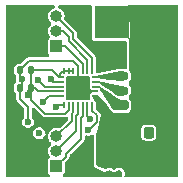
<source format=gtl>
G04 #@! TF.GenerationSoftware,KiCad,Pcbnew,8.0.7-8.0.7-0~ubuntu24.04.1*
G04 #@! TF.CreationDate,2024-12-30T22:58:19-07:00*
G04 #@! TF.ProjectId,DRV8311 Motor Driver,44525638-3331-4312-904d-6f746f722044,V1*
G04 #@! TF.SameCoordinates,Original*
G04 #@! TF.FileFunction,Copper,L1,Top*
G04 #@! TF.FilePolarity,Positive*
%FSLAX46Y46*%
G04 Gerber Fmt 4.6, Leading zero omitted, Abs format (unit mm)*
G04 Created by KiCad (PCBNEW 8.0.7-8.0.7-0~ubuntu24.04.1) date 2024-12-30 22:58:19*
%MOMM*%
%LPD*%
G01*
G04 APERTURE LIST*
G04 Aperture macros list*
%AMRoundRect*
0 Rectangle with rounded corners*
0 $1 Rounding radius*
0 $2 $3 $4 $5 $6 $7 $8 $9 X,Y pos of 4 corners*
0 Add a 4 corners polygon primitive as box body*
4,1,4,$2,$3,$4,$5,$6,$7,$8,$9,$2,$3,0*
0 Add four circle primitives for the rounded corners*
1,1,$1+$1,$2,$3*
1,1,$1+$1,$4,$5*
1,1,$1+$1,$6,$7*
1,1,$1+$1,$8,$9*
0 Add four rect primitives between the rounded corners*
20,1,$1+$1,$2,$3,$4,$5,0*
20,1,$1+$1,$4,$5,$6,$7,0*
20,1,$1+$1,$6,$7,$8,$9,0*
20,1,$1+$1,$8,$9,$2,$3,0*%
G04 Aperture macros list end*
G04 #@! TA.AperFunction,EtchedComponent*
%ADD10C,0.000000*%
G04 #@! TD*
G04 #@! TA.AperFunction,SMDPad,CuDef*
%ADD11R,2.800000X2.800000*%
G04 #@! TD*
G04 #@! TA.AperFunction,ComponentPad*
%ADD12RoundRect,0.200000X0.450000X-0.200000X0.450000X0.200000X-0.450000X0.200000X-0.450000X-0.200000X0*%
G04 #@! TD*
G04 #@! TA.AperFunction,ComponentPad*
%ADD13O,1.300000X0.800000*%
G04 #@! TD*
G04 #@! TA.AperFunction,SMDPad,CuDef*
%ADD14RoundRect,0.140000X-0.140000X-0.170000X0.140000X-0.170000X0.140000X0.170000X-0.140000X0.170000X0*%
G04 #@! TD*
G04 #@! TA.AperFunction,SMDPad,CuDef*
%ADD15C,0.200000*%
G04 #@! TD*
G04 #@! TA.AperFunction,SMDPad,CuDef*
%ADD16R,0.200000X0.469999*%
G04 #@! TD*
G04 #@! TA.AperFunction,SMDPad,CuDef*
%ADD17R,0.469999X0.200000*%
G04 #@! TD*
G04 #@! TA.AperFunction,ComponentPad*
%ADD18C,0.600000*%
G04 #@! TD*
G04 #@! TA.AperFunction,SMDPad,CuDef*
%ADD19R,1.899999X1.899999*%
G04 #@! TD*
G04 #@! TA.AperFunction,SMDPad,CuDef*
%ADD20R,2.500000X2.800000*%
G04 #@! TD*
G04 #@! TA.AperFunction,SMDPad,CuDef*
%ADD21RoundRect,0.225000X0.225000X0.250000X-0.225000X0.250000X-0.225000X-0.250000X0.225000X-0.250000X0*%
G04 #@! TD*
G04 #@! TA.AperFunction,ComponentPad*
%ADD22R,1.000000X1.000000*%
G04 #@! TD*
G04 #@! TA.AperFunction,ComponentPad*
%ADD23O,1.000000X1.000000*%
G04 #@! TD*
G04 #@! TA.AperFunction,ViaPad*
%ADD24C,0.600000*%
G04 #@! TD*
G04 #@! TA.AperFunction,Conductor*
%ADD25C,0.200000*%
G04 #@! TD*
G04 #@! TA.AperFunction,Conductor*
%ADD26C,0.280000*%
G04 #@! TD*
G04 APERTURE END LIST*
D10*
G04 #@! TA.AperFunction,EtchedComponent*
G04 #@! TO.C,NT1*
G36*
X170234999Y-100550000D02*
G01*
X170034999Y-100550000D01*
X170034999Y-100150000D01*
X170234999Y-100150000D01*
X170234999Y-100550000D01*
G37*
G04 #@! TD.AperFunction*
G04 #@! TD*
D11*
G04 #@! TO.P,J7,1,Pin_1*
G04 #@! TO.N,VDD*
X176650000Y-107550000D03*
G04 #@! TD*
D12*
G04 #@! TO.P,J4,1,Pin_1*
G04 #@! TO.N,Net-(J4-Pin_1)*
X173800000Y-102900000D03*
D13*
G04 #@! TO.P,J4,2,Pin_2*
G04 #@! TO.N,Net-(J4-Pin_2)*
X173800000Y-101650000D03*
G04 #@! TO.P,J4,3,Pin_3*
G04 #@! TO.N,Net-(J4-Pin_3)*
X173800000Y-100400000D03*
G04 #@! TD*
D14*
G04 #@! TO.P,C1,1*
G04 #@! TO.N,GND*
X165220000Y-99900000D03*
G04 #@! TO.P,C1,2*
G04 #@! TO.N,+3.3V*
X166180000Y-99900000D03*
G04 #@! TD*
D15*
G04 #@! TO.P,NT1,1,1*
G04 #@! TO.N,GNDPWR*
X170134999Y-100550000D03*
G04 #@! TO.P,NT1,2,2*
G04 #@! TO.N,GND*
X170134999Y-100150000D03*
G04 #@! TD*
D16*
G04 #@! TO.P,U1,1,FAULT_N*
G04 #@! TO.N,Net-(U1-FAULT_N)*
X168934999Y-102895000D03*
G04 #@! TO.P,U1,2,CSAREF*
G04 #@! TO.N,+3.3V*
X169334998Y-102895000D03*
G04 #@! TO.P,U1,3,SOC*
G04 #@! TO.N,Net-(J1-Pin_3)*
X169735000Y-102895000D03*
G04 #@! TO.P,U1,4,SOB*
G04 #@! TO.N,Net-(J1-Pin_2)*
X170134999Y-102895000D03*
G04 #@! TO.P,U1,5,SOA*
G04 #@! TO.N,Net-(J1-Pin_1)*
X170534998Y-102895000D03*
G04 #@! TO.P,U1,6,CP*
G04 #@! TO.N,Net-(U1-CP)*
X170935000Y-102895000D03*
G04 #@! TO.P,U1,7,VIN_AVDD*
G04 #@! TO.N,VDD*
X171334999Y-102895000D03*
D17*
G04 #@! TO.P,U1,8,VM*
X171600000Y-102100000D03*
G04 #@! TO.P,U1,9,PGND*
G04 #@! TO.N,GNDPWR*
X171600000Y-101699998D03*
G04 #@! TO.P,U1,10,OUTA*
G04 #@! TO.N,Net-(J4-Pin_1)*
X171600000Y-101299999D03*
G04 #@! TO.P,U1,11,OUTB*
G04 #@! TO.N,Net-(J4-Pin_2)*
X171600000Y-100900000D03*
G04 #@! TO.P,U1,12,OUTC*
G04 #@! TO.N,Net-(J4-Pin_3)*
X171600000Y-100499998D03*
D16*
G04 #@! TO.P,U1,13,INHC*
G04 #@! TO.N,Net-(J2-Pin_3)*
X171334999Y-99964998D03*
G04 #@! TO.P,U1,14,INHB*
G04 #@! TO.N,Net-(J2-Pin_2)*
X170935000Y-99964998D03*
G04 #@! TO.P,U1,15,INHA*
G04 #@! TO.N,Net-(J2-Pin_1)*
X170534998Y-99964998D03*
G04 #@! TO.P,U1,16,AGND*
G04 #@! TO.N,GND*
X170134999Y-99964998D03*
G04 #@! TO.P,U1,17,AVDD*
G04 #@! TO.N,+3.3V*
X169735000Y-99964998D03*
G04 #@! TO.P,U1,18,INLA*
X169334998Y-99964998D03*
G04 #@! TO.P,U1,19,INLB*
X168934999Y-99964998D03*
D17*
G04 #@! TO.P,U1,20,INLC*
X168669998Y-100499998D03*
G04 #@! TO.P,U1,21,GAIN*
G04 #@! TO.N,Net-(U1-GAIN)*
X168669998Y-100900000D03*
G04 #@! TO.P,U1,22,SLEW*
G04 #@! TO.N,unconnected-(U1-SLEW-Pad22)*
X168669998Y-101299999D03*
G04 #@! TO.P,U1,23,MODE*
G04 #@! TO.N,+3.3V*
X168669998Y-101699998D03*
G04 #@! TO.P,U1,24,SLEEP_N*
G04 #@! TO.N,Net-(U1-SLEEP_N)*
X168669998Y-102100000D03*
D18*
G04 #@! TO.P,U1,25,PowerPAD*
G04 #@! TO.N,GNDPWR*
X169434998Y-102130000D03*
X170835000Y-102130000D03*
D19*
X170134999Y-101429999D03*
D18*
X170134999Y-101404599D03*
X169434998Y-100729998D03*
X170835000Y-100729998D03*
G04 #@! TD*
D20*
G04 #@! TO.P,J8,1,Pin_1*
G04 #@! TO.N,VDD*
X176650000Y-96750000D03*
G04 #@! TD*
D21*
G04 #@! TO.P,C6,1*
G04 #@! TO.N,VDD*
X177675000Y-105200000D03*
G04 #@! TO.P,C6,2*
G04 #@! TO.N,GNDPWR*
X176125000Y-105200000D03*
G04 #@! TD*
D20*
G04 #@! TO.P,J6,1,Pin_1*
G04 #@! TO.N,VDD*
X172950000Y-106600000D03*
G04 #@! TD*
D11*
G04 #@! TO.P,J9,1,Pin_1*
G04 #@! TO.N,VDD*
X172950000Y-95850000D03*
G04 #@! TD*
D22*
G04 #@! TO.P,J2,1,Pin_1*
G04 #@! TO.N,Net-(J2-Pin_1)*
X168300000Y-97900000D03*
D23*
G04 #@! TO.P,J2,2,Pin_2*
G04 #@! TO.N,Net-(J2-Pin_2)*
X168300000Y-96630000D03*
G04 #@! TO.P,J2,3,Pin_3*
G04 #@! TO.N,Net-(J2-Pin_3)*
X168300000Y-95360000D03*
G04 #@! TD*
D14*
G04 #@! TO.P,C7,1*
G04 #@! TO.N,GND*
X165220000Y-101400000D03*
G04 #@! TO.P,C7,2*
G04 #@! TO.N,+3.3V*
X166180000Y-101400000D03*
G04 #@! TD*
D22*
G04 #@! TO.P,J1,1,Pin_1*
G04 #@! TO.N,Net-(J1-Pin_1)*
X168300000Y-108050000D03*
D23*
G04 #@! TO.P,J1,2,Pin_2*
G04 #@! TO.N,Net-(J1-Pin_2)*
X168300000Y-106780000D03*
G04 #@! TO.P,J1,3,Pin_3*
G04 #@! TO.N,Net-(J1-Pin_3)*
X168300000Y-105510000D03*
G04 #@! TD*
D24*
G04 #@! TO.N,+3.3V*
X165874999Y-102000001D03*
G04 #@! TO.N,GND*
X165400000Y-100650000D03*
X165900000Y-104300000D03*
G04 #@! TO.N,VDD*
X178300000Y-104300000D03*
X177500000Y-102900000D03*
X177900000Y-103600000D03*
X177900000Y-102100000D03*
X177300000Y-104400000D03*
X178300000Y-101400000D03*
X177900000Y-100600000D03*
X171000000Y-104950000D03*
X177900000Y-99100000D03*
X178300000Y-99800000D03*
X177500000Y-99800000D03*
X166850000Y-105250000D03*
X178300000Y-102900000D03*
X177500000Y-101400000D03*
G04 #@! TO.N,Net-(U1-CP)*
X171132802Y-104018589D03*
G04 #@! TO.N,GNDPWR*
X165700000Y-107200000D03*
X171150000Y-107900000D03*
X171150000Y-108700000D03*
X166500000Y-108000000D03*
X165700000Y-106400000D03*
X173800000Y-97800000D03*
X170300000Y-108700000D03*
X165700000Y-108000000D03*
X166100000Y-95700000D03*
X172800000Y-108700000D03*
X164900000Y-106400000D03*
X172000000Y-108700000D03*
X166900000Y-96500000D03*
X170300000Y-107900000D03*
X164900000Y-107200000D03*
X173600000Y-108700000D03*
X165300000Y-96500000D03*
X171100000Y-106200000D03*
X173000000Y-99400000D03*
X173000000Y-98600000D03*
X166500000Y-107200000D03*
X166900000Y-94900000D03*
X173000000Y-97800000D03*
X169600000Y-108300000D03*
X173800000Y-98600000D03*
X165300000Y-95700000D03*
X166900000Y-95700000D03*
X172200000Y-98600000D03*
X171150000Y-107100000D03*
X166500000Y-106400000D03*
X173800000Y-99400000D03*
X169700000Y-107300000D03*
X165300000Y-94900000D03*
X172200000Y-99400000D03*
X176125000Y-105200000D03*
X172200000Y-97800000D03*
X170300000Y-106750000D03*
X166100000Y-94900000D03*
X164900000Y-108000000D03*
X166100000Y-96500000D03*
G04 #@! TO.N,Net-(U1-SLEEP_N)*
X167200000Y-102600000D03*
G04 #@! TO.N,Net-(U1-GAIN)*
X167825737Y-100674263D03*
G04 #@! TO.N,unconnected-(U1-SLEW-Pad22)*
X166780000Y-100750000D03*
G04 #@! TO.N,Net-(U1-FAULT_N)*
X168300000Y-103000000D03*
G04 #@! TD*
D25*
G04 #@! TO.N,+3.3V*
X166774998Y-101699998D02*
X166475000Y-101400000D01*
X168934999Y-99964998D02*
X168835002Y-99964998D01*
X168600000Y-100430000D02*
X168669998Y-100499998D01*
X165874999Y-102000001D02*
X165874999Y-101705001D01*
X165874999Y-101705001D02*
X166180000Y-101400000D01*
X169735000Y-99964998D02*
X168934999Y-99964998D01*
X167348529Y-103600000D02*
X169000000Y-103600000D01*
X168835002Y-99964998D02*
X168600000Y-100200000D01*
X166774998Y-101699998D02*
X168669998Y-101699998D01*
X166180000Y-102431471D02*
X167348529Y-103600000D01*
X167900004Y-99900000D02*
X166180000Y-99900000D01*
X169334998Y-103265002D02*
X169334998Y-102895000D01*
X166180000Y-99900000D02*
X166180000Y-101400000D01*
X168669998Y-100499998D02*
X168500002Y-100499998D01*
X166475000Y-101400000D02*
X166180000Y-101400000D01*
X166180000Y-101400000D02*
X166180000Y-102431471D01*
X168500002Y-100499998D02*
X167900004Y-99900000D01*
X168600000Y-100200000D02*
X168600000Y-100430000D01*
X169000000Y-103600000D02*
X169334998Y-103265002D01*
G04 #@! TO.N,GND*
X165900000Y-103000000D02*
X165220000Y-102320000D01*
X170134999Y-99964998D02*
X170134999Y-99584999D01*
X165220000Y-102320000D02*
X165220000Y-101400000D01*
X165220000Y-100470000D02*
X165220000Y-99900000D01*
X165400000Y-100650000D02*
X165400000Y-101220000D01*
X165400000Y-100650000D02*
X165220000Y-100470000D01*
X170134999Y-99584999D02*
X169675000Y-99125000D01*
X165400000Y-100650000D02*
X165331092Y-100581092D01*
X165900000Y-104300000D02*
X165900000Y-103000000D01*
X165400000Y-101220000D02*
X165220000Y-101400000D01*
X165995000Y-99125000D02*
X165220000Y-99900000D01*
X169675000Y-99125000D02*
X165995000Y-99125000D01*
G04 #@! TO.N,VDD*
X171732802Y-104267118D02*
X171732802Y-103732802D01*
X171732802Y-103732802D02*
X171334999Y-103334999D01*
D26*
X172595031Y-106675454D02*
X172595031Y-106620031D01*
D25*
X171049920Y-104950000D02*
X171732802Y-104267118D01*
X171334999Y-103334999D02*
X171334999Y-102895000D01*
X171000000Y-104950000D02*
X171049920Y-104950000D01*
G04 #@! TO.N,Net-(U1-CP)*
X171132802Y-104018589D02*
X170935000Y-103820787D01*
X170935000Y-103820787D02*
X170935000Y-102895000D01*
G04 #@! TO.N,Net-(J1-Pin_1)*
X169100000Y-107250000D02*
X168300000Y-108050000D01*
X170534999Y-103830687D02*
X170400000Y-103965686D01*
X170534998Y-102895000D02*
X170534999Y-103499315D01*
X169100000Y-107050000D02*
X169100000Y-107250000D01*
X170400000Y-103965686D02*
X170400000Y-105750000D01*
X170534999Y-103499315D02*
X170534999Y-103830687D01*
X170400000Y-105750000D02*
X169100000Y-107050000D01*
G04 #@! TO.N,Net-(J2-Pin_1)*
X170534998Y-99384998D02*
X169050000Y-97900000D01*
X170534998Y-99964998D02*
X170534998Y-99384998D01*
X169050000Y-97900000D02*
X168300000Y-97900000D01*
G04 #@! TO.N,GNDPWR*
X170404998Y-101699998D02*
X170134999Y-101429999D01*
X171600000Y-101699998D02*
X170404998Y-101699998D01*
G04 #@! TO.N,Net-(U1-SLEEP_N)*
X167700000Y-102100000D02*
X168669998Y-102100000D01*
X167200000Y-102600000D02*
X167700000Y-102100000D01*
G04 #@! TO.N,Net-(U1-GAIN)*
X167825737Y-100674263D02*
X168051474Y-100900000D01*
X168051474Y-100900000D02*
X168669998Y-100900000D01*
G04 #@! TO.N,Net-(J1-Pin_3)*
X169735000Y-102895000D02*
X169735000Y-103499314D01*
X169600000Y-103634314D02*
X169600000Y-104210000D01*
X169600000Y-104210000D02*
X168300000Y-105510000D01*
X169735000Y-103499314D02*
X169600000Y-103634314D01*
G04 #@! TO.N,Net-(J1-Pin_2)*
X170000000Y-105080000D02*
X168300000Y-106780000D01*
X170134999Y-103665001D02*
X170000000Y-103800000D01*
X170134999Y-102895000D02*
X170134999Y-103665001D01*
X170000000Y-103800000D02*
X170000000Y-105080000D01*
G04 #@! TO.N,Net-(J2-Pin_2)*
X170935000Y-99019314D02*
X169350000Y-97434314D01*
X169350000Y-97100000D02*
X168880000Y-96630000D01*
X168880000Y-96630000D02*
X168300000Y-96630000D01*
X170935000Y-99964998D02*
X170935000Y-99019314D01*
X169350000Y-97434314D02*
X169350000Y-97100000D01*
G04 #@! TO.N,Net-(J2-Pin_3)*
X169750000Y-96810000D02*
X168300000Y-95360000D01*
X171335000Y-99429999D02*
X171335000Y-98853628D01*
X171334999Y-99964998D02*
X171335000Y-99429999D01*
X169750000Y-97268628D02*
X169750000Y-96810000D01*
X171335000Y-98853628D02*
X169750000Y-97268628D01*
G04 #@! TO.N,Net-(J4-Pin_1)*
X173700000Y-102900000D02*
X173800000Y-102900000D01*
G04 #@! TO.N,unconnected-(U1-SLEW-Pad22)*
X166780000Y-100750000D02*
X167329999Y-101299999D01*
X167329999Y-101299999D02*
X168669998Y-101299999D01*
G04 #@! TO.N,Net-(J4-Pin_3)*
X173700002Y-100499998D02*
X173800000Y-100400000D01*
G04 #@! TO.N,Net-(U1-FAULT_N)*
X168405000Y-102895000D02*
X168300000Y-103000000D01*
X168934999Y-102895000D02*
X168405000Y-102895000D01*
G04 #@! TD*
G04 #@! TA.AperFunction,Conductor*
G04 #@! TO.N,VDD*
G36*
X171864357Y-102033336D02*
G01*
X172604934Y-102874284D01*
X172609350Y-102879930D01*
X172962675Y-103390438D01*
X172962704Y-103390477D01*
X172973855Y-103405134D01*
X172973869Y-103405151D01*
X172973878Y-103405163D01*
X172980961Y-103413651D01*
X172985512Y-103418921D01*
X172985514Y-103418923D01*
X173060098Y-103471843D01*
X173060100Y-103471844D01*
X173103576Y-103489853D01*
X173103580Y-103489854D01*
X173103587Y-103489857D01*
X173135857Y-103496276D01*
X173170011Y-103515947D01*
X173200000Y-103550000D01*
X174468833Y-103550000D01*
X174450668Y-108999500D01*
X174109141Y-108999500D01*
X174065654Y-108981487D01*
X174047641Y-108938000D01*
X174053199Y-108912451D01*
X174085165Y-108842457D01*
X174105647Y-108700000D01*
X174085165Y-108557543D01*
X174025377Y-108426627D01*
X173931128Y-108317857D01*
X173931125Y-108317855D01*
X173931124Y-108317854D01*
X173810055Y-108240048D01*
X173810048Y-108240045D01*
X173721076Y-108213921D01*
X173671961Y-108199500D01*
X173528039Y-108199500D01*
X173389951Y-108240045D01*
X173389944Y-108240048D01*
X173268875Y-108317854D01*
X173268873Y-108317856D01*
X173246478Y-108343701D01*
X173204387Y-108364769D01*
X173159725Y-108349904D01*
X173153522Y-108343701D01*
X173150447Y-108340153D01*
X173131128Y-108317857D01*
X173131125Y-108317855D01*
X173131124Y-108317854D01*
X173010055Y-108240048D01*
X173010048Y-108240045D01*
X172921076Y-108213921D01*
X172871961Y-108199500D01*
X172728039Y-108199500D01*
X172589951Y-108240045D01*
X172589944Y-108240048D01*
X172480197Y-108310577D01*
X172433875Y-108318934D01*
X172422351Y-108315207D01*
X171736903Y-108016103D01*
X171704250Y-107982201D01*
X171700000Y-107959736D01*
X171700000Y-105208057D01*
X171702077Y-105192211D01*
X172100000Y-103700001D01*
X172099999Y-103699999D01*
X171907665Y-103486295D01*
X171665787Y-103217541D01*
X171650000Y-103176400D01*
X171650000Y-102700001D01*
X171650000Y-102700000D01*
X171399200Y-102260001D01*
X171393316Y-102213301D01*
X171422176Y-102176117D01*
X171428543Y-102172960D01*
X171794126Y-102017392D01*
X171841193Y-102016941D01*
X171864357Y-102033336D01*
G37*
G04 #@! TD.AperFunction*
G04 #@! TD*
G04 #@! TA.AperFunction,Conductor*
G04 #@! TO.N,VDD*
G36*
X178581487Y-94418513D02*
G01*
X178599500Y-94462000D01*
X178599500Y-108938000D01*
X178581487Y-108981487D01*
X178538000Y-108999500D01*
X174450668Y-108999500D01*
X174464277Y-104916508D01*
X175474500Y-104916508D01*
X175474500Y-105483491D01*
X175490280Y-105583125D01*
X175551471Y-105703220D01*
X175646779Y-105798528D01*
X175766874Y-105859719D01*
X175866512Y-105875500D01*
X175866516Y-105875500D01*
X176383484Y-105875500D01*
X176383488Y-105875500D01*
X176483126Y-105859719D01*
X176603220Y-105798528D01*
X176603221Y-105798528D01*
X176698528Y-105703221D01*
X176698528Y-105703220D01*
X176759719Y-105583126D01*
X176775500Y-105483488D01*
X176775500Y-104916512D01*
X176759719Y-104816874D01*
X176698528Y-104696779D01*
X176603220Y-104601471D01*
X176483125Y-104540280D01*
X176383491Y-104524500D01*
X176383488Y-104524500D01*
X175866512Y-104524500D01*
X175866508Y-104524500D01*
X175766874Y-104540280D01*
X175646779Y-104601471D01*
X175646779Y-104601472D01*
X175551472Y-104696779D01*
X175551471Y-104696779D01*
X175490280Y-104816874D01*
X175474500Y-104916508D01*
X174464277Y-104916508D01*
X174469205Y-103437800D01*
X174488342Y-103428050D01*
X174578050Y-103338342D01*
X174635646Y-103225304D01*
X174650500Y-103131519D01*
X174650499Y-102668482D01*
X174635646Y-102574696D01*
X174578050Y-102461658D01*
X174578048Y-102461656D01*
X174578047Y-102461654D01*
X174490909Y-102374517D01*
X174472896Y-102331030D01*
X174473663Y-102100837D01*
X174491674Y-102057561D01*
X174530520Y-102018716D01*
X174609577Y-101881784D01*
X174625455Y-101822524D01*
X174650500Y-101729059D01*
X174650500Y-101570940D01*
X174609578Y-101418220D01*
X174609577Y-101418216D01*
X174530520Y-101281284D01*
X174494673Y-101245437D01*
X174476660Y-101201950D01*
X174476660Y-101201899D01*
X174477844Y-100846657D01*
X174495855Y-100803380D01*
X174530520Y-100768716D01*
X174609577Y-100631784D01*
X174625455Y-100572524D01*
X174650500Y-100479059D01*
X174650500Y-100320940D01*
X174609578Y-100168220D01*
X174609577Y-100168216D01*
X174530520Y-100031284D01*
X174498825Y-99999589D01*
X174480812Y-99956103D01*
X174499331Y-94400500D01*
X178538000Y-94400500D01*
X178581487Y-94418513D01*
G37*
G04 #@! TD.AperFunction*
G04 #@! TD*
G04 #@! TA.AperFunction,Conductor*
G04 #@! TO.N,VDD*
G36*
X174489754Y-97273719D02*
G01*
X174489753Y-97273718D01*
X174386719Y-97260839D01*
X174331323Y-97234860D01*
X174301777Y-97181282D01*
X174299999Y-97162604D01*
X174299999Y-94504870D01*
X174318906Y-94446679D01*
X174346528Y-94420919D01*
X174355128Y-94415544D01*
X174407592Y-94400500D01*
X174499332Y-94400500D01*
X174489754Y-97273719D01*
G37*
G04 #@! TD.AperFunction*
G04 #@! TD*
G04 #@! TA.AperFunction,Conductor*
G04 #@! TO.N,Net-(J4-Pin_2)*
G36*
X171865075Y-100806887D02*
G01*
X173752229Y-101239060D01*
X173790597Y-101266326D01*
X173800000Y-101299008D01*
X173800000Y-101980334D01*
X173781987Y-102023821D01*
X173738500Y-102041834D01*
X173730872Y-102041359D01*
X173411824Y-102001478D01*
X173389585Y-101994214D01*
X173275642Y-101930912D01*
X173262025Y-101920641D01*
X173213227Y-101871843D01*
X173197919Y-101857999D01*
X173197907Y-101857988D01*
X173188379Y-101850206D01*
X173188372Y-101850201D01*
X173188365Y-101850195D01*
X173171749Y-101837961D01*
X173171731Y-101837949D01*
X171986960Y-101054130D01*
X171954692Y-101038205D01*
X171947743Y-101034191D01*
X171913232Y-101011132D01*
X171913230Y-101011131D01*
X171854751Y-100999499D01*
X171854748Y-100999499D01*
X171767742Y-100999499D01*
X171724255Y-100981486D01*
X171706242Y-100937999D01*
X171724255Y-100894512D01*
X171727882Y-100891165D01*
X171811496Y-100820003D01*
X171856288Y-100805535D01*
X171865075Y-100806887D01*
G37*
G04 #@! TD.AperFunction*
G04 #@! TD*
G04 #@! TA.AperFunction,Conductor*
G04 #@! TO.N,Net-(J4-Pin_3)*
G36*
X173773506Y-100023124D02*
G01*
X173799008Y-100062688D01*
X173800000Y-100073689D01*
X173800000Y-100732655D01*
X173781987Y-100776142D01*
X173738500Y-100794155D01*
X173732932Y-100793902D01*
X172072163Y-100642922D01*
X172064002Y-100641623D01*
X171910952Y-100606573D01*
X171896333Y-100603778D01*
X171887509Y-100602420D01*
X171884221Y-100601942D01*
X171881082Y-100602220D01*
X171863677Y-100601276D01*
X171859717Y-100600488D01*
X171854749Y-100599500D01*
X171854748Y-100599500D01*
X171661500Y-100599500D01*
X171618013Y-100581487D01*
X171600000Y-100538000D01*
X171600000Y-100451324D01*
X171618013Y-100407837D01*
X171650497Y-100390816D01*
X173727501Y-100013181D01*
X173773506Y-100023124D01*
G37*
G04 #@! TD.AperFunction*
G04 #@! TD*
G04 #@! TA.AperFunction,Conductor*
G04 #@! TO.N,Net-(J4-Pin_1)*
G36*
X171873571Y-101225517D02*
G01*
X173058363Y-102009349D01*
X173067917Y-102017153D01*
X173069480Y-102018716D01*
X173181284Y-102130520D01*
X173318216Y-102209577D01*
X173380486Y-102226262D01*
X173398495Y-102234373D01*
X173772433Y-102481762D01*
X173798763Y-102520779D01*
X173800000Y-102533053D01*
X173800000Y-103238500D01*
X173781987Y-103281987D01*
X173738500Y-103300000D01*
X173182229Y-103300000D01*
X173138742Y-103281987D01*
X173131659Y-103273499D01*
X172046430Y-101705486D01*
X172035500Y-101670487D01*
X172035500Y-101580247D01*
X172035499Y-101580246D01*
X172023868Y-101521773D01*
X172023867Y-101521767D01*
X171979552Y-101455446D01*
X171913231Y-101411131D01*
X171913228Y-101411130D01*
X171913224Y-101411129D01*
X171854751Y-101399498D01*
X171854748Y-101399498D01*
X171767741Y-101399498D01*
X171724254Y-101381485D01*
X171706241Y-101337998D01*
X171724254Y-101294511D01*
X171727881Y-101291164D01*
X171799780Y-101229973D01*
X171844570Y-101215506D01*
X171873571Y-101225517D01*
G37*
G04 #@! TD.AperFunction*
G04 #@! TD*
G04 #@! TA.AperFunction,Conductor*
G04 #@! TO.N,GNDPWR*
G36*
X168113123Y-94420462D02*
G01*
X168167661Y-94475000D01*
X168187623Y-94549500D01*
X168167661Y-94624000D01*
X168113123Y-94678538D01*
X168074281Y-94694170D01*
X168049775Y-94700209D01*
X167899145Y-94779267D01*
X167771820Y-94892067D01*
X167771817Y-94892071D01*
X167675181Y-95032070D01*
X167614860Y-95191125D01*
X167594355Y-95360000D01*
X167614860Y-95528874D01*
X167675181Y-95687929D01*
X167675182Y-95687930D01*
X167771817Y-95827929D01*
X167820616Y-95871161D01*
X167834512Y-95883472D01*
X167877038Y-95947817D01*
X167881695Y-96024804D01*
X167847234Y-96093806D01*
X167834512Y-96106528D01*
X167771817Y-96162071D01*
X167675181Y-96302070D01*
X167614860Y-96461125D01*
X167594355Y-96630000D01*
X167614860Y-96798874D01*
X167675181Y-96957929D01*
X167723565Y-97028024D01*
X167749458Y-97100676D01*
X167735555Y-97176541D01*
X167685583Y-97235290D01*
X167683726Y-97236551D01*
X167655452Y-97255444D01*
X167655448Y-97255448D01*
X167611132Y-97321769D01*
X167599500Y-97380251D01*
X167599500Y-98419748D01*
X167611132Y-98478230D01*
X167611133Y-98478231D01*
X167655448Y-98544552D01*
X167666016Y-98551613D01*
X167716868Y-98609601D01*
X167731914Y-98685248D01*
X167707121Y-98758282D01*
X167649132Y-98809135D01*
X167583233Y-98824500D01*
X165955435Y-98824500D01*
X165894001Y-98840961D01*
X165879012Y-98844978D01*
X165879011Y-98844978D01*
X165879009Y-98844979D01*
X165810491Y-98884538D01*
X165810488Y-98884540D01*
X165349168Y-99345859D01*
X165282373Y-99384423D01*
X165243810Y-99389500D01*
X165040102Y-99389500D01*
X165040101Y-99389500D01*
X165040100Y-99389501D01*
X165015306Y-99392764D01*
X164990512Y-99396028D01*
X164881684Y-99446775D01*
X164796775Y-99531684D01*
X164746029Y-99640510D01*
X164746027Y-99640517D01*
X164739500Y-99690096D01*
X164739500Y-100109897D01*
X164739501Y-100109900D01*
X164744308Y-100146423D01*
X164746028Y-100159487D01*
X164796775Y-100268315D01*
X164875859Y-100347399D01*
X164914423Y-100414194D01*
X164919500Y-100452758D01*
X164919500Y-100470232D01*
X164915666Y-100496896D01*
X164916351Y-100496995D01*
X164894353Y-100649996D01*
X164894353Y-100650003D01*
X164914834Y-100792456D01*
X164917431Y-100801300D01*
X164919265Y-100878406D01*
X164882301Y-100946099D01*
X164879825Y-100948635D01*
X164796775Y-101031684D01*
X164746029Y-101140510D01*
X164746027Y-101140517D01*
X164739500Y-101190096D01*
X164739500Y-101609897D01*
X164739501Y-101609900D01*
X164746028Y-101659487D01*
X164796775Y-101768315D01*
X164875859Y-101847399D01*
X164914423Y-101914194D01*
X164919500Y-101952758D01*
X164919500Y-102359562D01*
X164939979Y-102435990D01*
X164976647Y-102499500D01*
X164977225Y-102500501D01*
X164979540Y-102504511D01*
X165555860Y-103080831D01*
X165594423Y-103147624D01*
X165599500Y-103186188D01*
X165599500Y-103826936D01*
X165579538Y-103901436D01*
X165563108Y-103924509D01*
X165474622Y-104026628D01*
X165414834Y-104157545D01*
X165394353Y-104299996D01*
X165394353Y-104300003D01*
X165414834Y-104442454D01*
X165414834Y-104442455D01*
X165414835Y-104442457D01*
X165474623Y-104573373D01*
X165568872Y-104682143D01*
X165689947Y-104759953D01*
X165828039Y-104800500D01*
X165828041Y-104800500D01*
X165971959Y-104800500D01*
X165971961Y-104800500D01*
X166110053Y-104759953D01*
X166231128Y-104682143D01*
X166325377Y-104573373D01*
X166385165Y-104442457D01*
X166405647Y-104300000D01*
X166405647Y-104299996D01*
X166385165Y-104157545D01*
X166385165Y-104157543D01*
X166325377Y-104026627D01*
X166236892Y-103924509D01*
X166203192Y-103855133D01*
X166200500Y-103826936D01*
X166200500Y-103236659D01*
X166220462Y-103162159D01*
X166275000Y-103107621D01*
X166349500Y-103087659D01*
X166424000Y-103107621D01*
X166454854Y-103131296D01*
X167164018Y-103840460D01*
X167232541Y-103880022D01*
X167308967Y-103900500D01*
X167308969Y-103900500D01*
X169039557Y-103900500D01*
X169039562Y-103900500D01*
X169110271Y-103881552D01*
X169187396Y-103881551D01*
X169254191Y-103920115D01*
X169292756Y-103986909D01*
X169292758Y-104064037D01*
X169254194Y-104130832D01*
X169254193Y-104130834D01*
X168597287Y-104787740D01*
X168530492Y-104826304D01*
X168456273Y-104827052D01*
X168399959Y-104813173D01*
X168385056Y-104809500D01*
X168214944Y-104809500D01*
X168049775Y-104850209D01*
X167899145Y-104929267D01*
X167771820Y-105042067D01*
X167771817Y-105042071D01*
X167675179Y-105182074D01*
X167641066Y-105272024D01*
X167595983Y-105334604D01*
X167525650Y-105366258D01*
X167448913Y-105358505D01*
X167386333Y-105313422D01*
X167354679Y-105243089D01*
X167354266Y-105240392D01*
X167335166Y-105107545D01*
X167325633Y-105086672D01*
X167275377Y-104976627D01*
X167181128Y-104867857D01*
X167181127Y-104867856D01*
X167116470Y-104826304D01*
X167060053Y-104790047D01*
X167060050Y-104790046D01*
X166921967Y-104749501D01*
X166921962Y-104749500D01*
X166921961Y-104749500D01*
X166778039Y-104749500D01*
X166778037Y-104749500D01*
X166778032Y-104749501D01*
X166639949Y-104790046D01*
X166518872Y-104867856D01*
X166518870Y-104867859D01*
X166424622Y-104976628D01*
X166364834Y-105107545D01*
X166344353Y-105249996D01*
X166344353Y-105250003D01*
X166364834Y-105392454D01*
X166364834Y-105392455D01*
X166364835Y-105392457D01*
X166424623Y-105523373D01*
X166518872Y-105632143D01*
X166639947Y-105709953D01*
X166778039Y-105750500D01*
X166778041Y-105750500D01*
X166921959Y-105750500D01*
X166921961Y-105750500D01*
X167060053Y-105709953D01*
X167181128Y-105632143D01*
X167275377Y-105523373D01*
X167309820Y-105447953D01*
X167358927Y-105388479D01*
X167431192Y-105361526D01*
X167507252Y-105374316D01*
X167566727Y-105423423D01*
X167593680Y-105495688D01*
X167594355Y-105509851D01*
X167594355Y-105509996D01*
X167594355Y-105510000D01*
X167595979Y-105523371D01*
X167614860Y-105678874D01*
X167675181Y-105837929D01*
X167705113Y-105881293D01*
X167771817Y-105977929D01*
X167820616Y-106021161D01*
X167834512Y-106033472D01*
X167877038Y-106097817D01*
X167881695Y-106174804D01*
X167847234Y-106243806D01*
X167834512Y-106256528D01*
X167771817Y-106312071D01*
X167675181Y-106452070D01*
X167614860Y-106611125D01*
X167594355Y-106780000D01*
X167614860Y-106948874D01*
X167675181Y-107107929D01*
X167723565Y-107178024D01*
X167749458Y-107250676D01*
X167735555Y-107326541D01*
X167685583Y-107385290D01*
X167683726Y-107386551D01*
X167655452Y-107405444D01*
X167655448Y-107405448D01*
X167611132Y-107471769D01*
X167599500Y-107530251D01*
X167599500Y-108569748D01*
X167611132Y-108628230D01*
X167611133Y-108628231D01*
X167655448Y-108694552D01*
X167703429Y-108726612D01*
X167754282Y-108784601D01*
X167769328Y-108860247D01*
X167744535Y-108933282D01*
X167686546Y-108984135D01*
X167620647Y-108999500D01*
X164149500Y-108999500D01*
X164075000Y-108979538D01*
X164020462Y-108925000D01*
X164000500Y-108850500D01*
X164000500Y-94549500D01*
X164020462Y-94475000D01*
X164075000Y-94420462D01*
X164149500Y-94400500D01*
X168038623Y-94400500D01*
X168113123Y-94420462D01*
G37*
G04 #@! TD.AperFunction*
G04 #@! TA.AperFunction,Conductor*
G36*
X171413775Y-105367585D02*
G01*
X171470846Y-105419466D01*
X171494331Y-105492931D01*
X171494500Y-105500022D01*
X171494500Y-107959744D01*
X171498407Y-108001405D01*
X171498303Y-108001414D01*
X171499500Y-108018444D01*
X171499500Y-108019748D01*
X171511132Y-108078230D01*
X171511133Y-108078231D01*
X171555448Y-108144552D01*
X171621769Y-108188867D01*
X171621771Y-108188867D01*
X171621772Y-108188868D01*
X171633253Y-108193624D01*
X171648927Y-108201217D01*
X171654712Y-108204450D01*
X171654715Y-108204452D01*
X171654717Y-108204453D01*
X171654721Y-108204455D01*
X172340137Y-108503545D01*
X172340146Y-108503548D01*
X172340163Y-108503556D01*
X172359115Y-108510736D01*
X172370639Y-108514463D01*
X172379001Y-108516972D01*
X172470360Y-108521169D01*
X172516682Y-108512812D01*
X172591297Y-108483455D01*
X172599333Y-108478291D01*
X172658166Y-108440481D01*
X172696742Y-108422863D01*
X172737033Y-108411033D01*
X172779005Y-108405000D01*
X172820994Y-108405000D01*
X172862971Y-108411035D01*
X172863181Y-108411096D01*
X172863181Y-108411097D01*
X172903253Y-108422862D01*
X172941827Y-108440479D01*
X172955487Y-108449257D01*
X172978861Y-108464279D01*
X173006280Y-108487192D01*
X173006337Y-108487136D01*
X173006970Y-108487769D01*
X173007355Y-108488091D01*
X173008212Y-108489011D01*
X173008223Y-108489022D01*
X173014402Y-108495201D01*
X173016654Y-108497419D01*
X173016659Y-108497423D01*
X173094819Y-108544883D01*
X173094821Y-108544884D01*
X173094828Y-108544888D01*
X173139490Y-108559753D01*
X173207526Y-108570245D01*
X173296368Y-108548534D01*
X173338459Y-108527466D01*
X173401784Y-108478275D01*
X173401783Y-108478275D01*
X173407572Y-108473779D01*
X173407955Y-108474272D01*
X173418674Y-108465860D01*
X173458173Y-108440476D01*
X173496743Y-108422862D01*
X173537032Y-108411033D01*
X173579004Y-108405000D01*
X173620994Y-108405000D01*
X173662970Y-108411035D01*
X173663181Y-108411096D01*
X173663181Y-108411097D01*
X173703253Y-108422862D01*
X173741827Y-108440478D01*
X173777148Y-108463177D01*
X173809197Y-108490948D01*
X173814804Y-108497419D01*
X173836692Y-108522679D01*
X173859620Y-108558357D01*
X173877062Y-108596550D01*
X173889010Y-108637239D01*
X173894985Y-108678792D01*
X173894985Y-108721206D01*
X173889010Y-108762758D01*
X173877064Y-108803444D01*
X173866269Y-108827083D01*
X173852395Y-108868769D01*
X173849480Y-108882172D01*
X173814138Y-108950726D01*
X173749254Y-108992425D01*
X173703885Y-108999500D01*
X168979353Y-108999500D01*
X168904853Y-108979538D01*
X168850315Y-108925000D01*
X168830353Y-108850500D01*
X168850315Y-108776000D01*
X168896569Y-108726613D01*
X168944552Y-108694552D01*
X168988867Y-108628231D01*
X169000500Y-108569748D01*
X169000500Y-107836189D01*
X169020462Y-107761689D01*
X169044141Y-107730830D01*
X169340460Y-107434511D01*
X169357239Y-107405448D01*
X169380021Y-107365989D01*
X169400500Y-107289562D01*
X169400500Y-107236188D01*
X169420462Y-107161688D01*
X169444137Y-107130833D01*
X170640460Y-105934511D01*
X170680022Y-105865988D01*
X170700500Y-105789562D01*
X170700500Y-105710438D01*
X170700500Y-105582729D01*
X170720462Y-105508229D01*
X170775000Y-105453691D01*
X170849500Y-105433729D01*
X170891479Y-105439765D01*
X170928034Y-105450499D01*
X170928037Y-105450499D01*
X170928039Y-105450500D01*
X170928041Y-105450500D01*
X171071959Y-105450500D01*
X171071961Y-105450500D01*
X171210053Y-105409953D01*
X171264946Y-105374675D01*
X171338409Y-105351191D01*
X171413775Y-105367585D01*
G37*
G04 #@! TD.AperFunction*
G04 #@! TA.AperFunction,Conductor*
G36*
X176378892Y-104731833D02*
G01*
X176382711Y-104732437D01*
X176395519Y-104734466D01*
X176439854Y-104748869D01*
X176459900Y-104759083D01*
X176497611Y-104786482D01*
X176513515Y-104802386D01*
X176540915Y-104840100D01*
X176546067Y-104850210D01*
X176551127Y-104860141D01*
X176565530Y-104904468D01*
X176568164Y-104921093D01*
X176570000Y-104944409D01*
X176570000Y-105455589D01*
X176568166Y-105478892D01*
X176565533Y-105495516D01*
X176565532Y-105495523D01*
X176551125Y-105539859D01*
X176540911Y-105559904D01*
X176513512Y-105597615D01*
X176497615Y-105613512D01*
X176459904Y-105640911D01*
X176439859Y-105651125D01*
X176395523Y-105665531D01*
X176378898Y-105668165D01*
X176355589Y-105670000D01*
X175894410Y-105670000D01*
X175871104Y-105668165D01*
X175854467Y-105665530D01*
X175810141Y-105651127D01*
X175810137Y-105651125D01*
X175790100Y-105640915D01*
X175752386Y-105613515D01*
X175736482Y-105597611D01*
X175709083Y-105559900D01*
X175698869Y-105539854D01*
X175684466Y-105495519D01*
X175681833Y-105478892D01*
X175680000Y-105455592D01*
X175680000Y-104944405D01*
X175681833Y-104921105D01*
X175681887Y-104920762D01*
X175684466Y-104904476D01*
X175698869Y-104860145D01*
X175709084Y-104840095D01*
X175736478Y-104802391D01*
X175752391Y-104786478D01*
X175790097Y-104759083D01*
X175810145Y-104748868D01*
X175854474Y-104734466D01*
X175871108Y-104731832D01*
X175894405Y-104730000D01*
X176355592Y-104730000D01*
X176378892Y-104731833D01*
G37*
G04 #@! TD.AperFunction*
G04 #@! TA.AperFunction,Conductor*
G36*
X169615252Y-100400498D02*
G01*
X169615254Y-100400498D01*
X169854747Y-100400498D01*
X169854748Y-100400498D01*
X169876988Y-100396074D01*
X169953950Y-100401118D01*
X169980557Y-100413174D01*
X169982428Y-100414254D01*
X169982429Y-100414254D01*
X169982431Y-100414256D01*
X170082013Y-100450500D01*
X170082014Y-100450500D01*
X170187984Y-100450500D01*
X170187985Y-100450500D01*
X170287567Y-100414256D01*
X170287574Y-100414249D01*
X170289435Y-100413176D01*
X170293599Y-100412060D01*
X170299817Y-100409797D01*
X170300014Y-100410340D01*
X170363935Y-100393211D01*
X170393009Y-100396074D01*
X170415250Y-100400498D01*
X170654744Y-100400498D01*
X170654746Y-100400498D01*
X170705934Y-100390316D01*
X170764064Y-100390316D01*
X170815252Y-100400498D01*
X170815254Y-100400498D01*
X171015500Y-100400498D01*
X171090000Y-100420460D01*
X171144538Y-100474998D01*
X171164500Y-100549498D01*
X171164500Y-100619746D01*
X171174681Y-100670931D01*
X171174681Y-100729067D01*
X171164500Y-100780251D01*
X171164500Y-100780252D01*
X171164500Y-101019748D01*
X171166966Y-101032143D01*
X171174681Y-101070930D01*
X171174681Y-101129067D01*
X171164500Y-101180250D01*
X171164500Y-101419747D01*
X171176132Y-101478229D01*
X171176133Y-101478230D01*
X171220448Y-101544551D01*
X171267682Y-101576112D01*
X171318534Y-101634100D01*
X171333580Y-101709746D01*
X171308787Y-101782781D01*
X171267682Y-101823886D01*
X171220449Y-101855447D01*
X171220448Y-101855448D01*
X171176132Y-101921769D01*
X171164500Y-101980251D01*
X171164500Y-102219746D01*
X171176770Y-102281431D01*
X171171726Y-102358394D01*
X171128876Y-102422524D01*
X171059702Y-102456637D01*
X171030633Y-102459500D01*
X170815252Y-102459500D01*
X170764067Y-102469681D01*
X170705931Y-102469681D01*
X170654746Y-102459500D01*
X170415250Y-102459500D01*
X170364066Y-102469681D01*
X170305930Y-102469681D01*
X170254747Y-102459500D01*
X170015251Y-102459500D01*
X169964067Y-102469681D01*
X169905931Y-102469681D01*
X169854748Y-102459500D01*
X169615252Y-102459500D01*
X169564067Y-102469681D01*
X169505931Y-102469681D01*
X169454746Y-102459500D01*
X169239365Y-102459500D01*
X169164865Y-102439538D01*
X169110327Y-102385000D01*
X169090365Y-102310500D01*
X169093228Y-102281431D01*
X169105498Y-102219746D01*
X169105498Y-101980254D01*
X169105498Y-101980252D01*
X169095316Y-101929063D01*
X169095316Y-101870934D01*
X169105498Y-101819746D01*
X169105498Y-101580250D01*
X169095317Y-101529066D01*
X169095317Y-101470929D01*
X169105498Y-101419745D01*
X169105498Y-101180250D01*
X169095317Y-101129067D01*
X169095317Y-101070930D01*
X169103032Y-101032143D01*
X169105498Y-101019748D01*
X169105498Y-100780252D01*
X169095316Y-100729063D01*
X169095316Y-100670934D01*
X169105498Y-100619746D01*
X169105498Y-100549498D01*
X169125460Y-100474998D01*
X169179998Y-100420460D01*
X169254498Y-100400498D01*
X169454744Y-100400498D01*
X169454746Y-100400498D01*
X169505934Y-100390316D01*
X169564064Y-100390316D01*
X169615252Y-100400498D01*
G37*
G04 #@! TD.AperFunction*
G04 #@! TA.AperFunction,Conductor*
G36*
X171275000Y-94420462D02*
G01*
X171329538Y-94475000D01*
X171349500Y-94549500D01*
X171349500Y-97269748D01*
X171361132Y-97328230D01*
X171361133Y-97328231D01*
X171405448Y-97394552D01*
X171471769Y-97438867D01*
X171530252Y-97450500D01*
X174134166Y-97450500D01*
X174208666Y-97470462D01*
X174263204Y-97525000D01*
X174283166Y-97599500D01*
X174279014Y-98844978D01*
X174276327Y-99650997D01*
X174256117Y-99725430D01*
X174201397Y-99779785D01*
X174127328Y-99799500D01*
X173470943Y-99799500D01*
X173318212Y-99840424D01*
X173243772Y-99883402D01*
X173195927Y-99900961D01*
X171811153Y-100152737D01*
X171734284Y-100146423D01*
X171670869Y-100102521D01*
X171637902Y-100032794D01*
X171635499Y-100006140D01*
X171635499Y-99710250D01*
X171635500Y-99390438D01*
X171635500Y-98814070D01*
X171635500Y-98814066D01*
X171615021Y-98737639D01*
X171575460Y-98669117D01*
X171519511Y-98613168D01*
X170094141Y-97187798D01*
X170055577Y-97121003D01*
X170050500Y-97082439D01*
X170050500Y-96770439D01*
X170050499Y-96770435D01*
X170043949Y-96745990D01*
X170043949Y-96745989D01*
X170030022Y-96694012D01*
X169993064Y-96630000D01*
X169990462Y-96625492D01*
X169990461Y-96625491D01*
X169990460Y-96625489D01*
X169026509Y-95661538D01*
X168987945Y-95594743D01*
X168987403Y-95538225D01*
X168984053Y-95537819D01*
X168985139Y-95528874D01*
X168985140Y-95528872D01*
X169005645Y-95360000D01*
X168985140Y-95191128D01*
X168924818Y-95032070D01*
X168828183Y-94892071D01*
X168828180Y-94892068D01*
X168828179Y-94892067D01*
X168700853Y-94779267D01*
X168700854Y-94779267D01*
X168550224Y-94700209D01*
X168525719Y-94694170D01*
X168458161Y-94656959D01*
X168418260Y-94590955D01*
X168416707Y-94513842D01*
X168453918Y-94446284D01*
X168519922Y-94406383D01*
X168561377Y-94400500D01*
X171200500Y-94400500D01*
X171275000Y-94420462D01*
G37*
G04 #@! TD.AperFunction*
G04 #@! TD*
M02*

</source>
